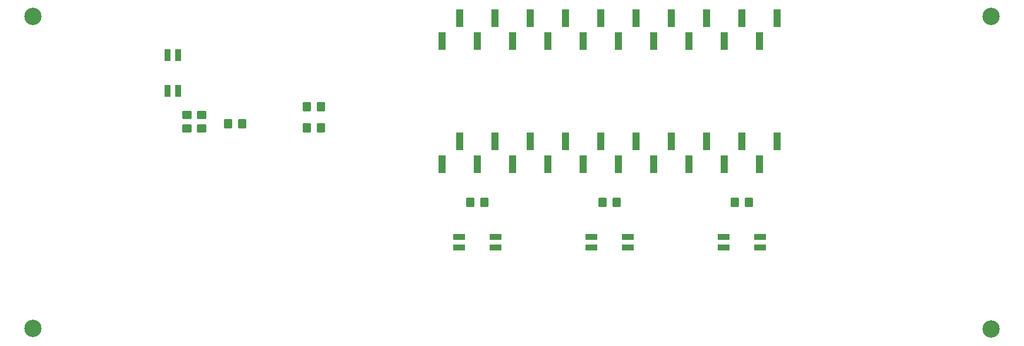
<source format=gbr>
%TF.GenerationSoftware,KiCad,Pcbnew,9.0.2*%
%TF.CreationDate,2025-07-08T15:37:37+02:00*%
%TF.ProjectId,MacroKeyPad,4d616372-6f4b-4657-9950-61642e6b6963,rev?*%
%TF.SameCoordinates,Original*%
%TF.FileFunction,Paste,Top*%
%TF.FilePolarity,Positive*%
%FSLAX46Y46*%
G04 Gerber Fmt 4.6, Leading zero omitted, Abs format (unit mm)*
G04 Created by KiCad (PCBNEW 9.0.2) date 2025-07-08 15:37:37*
%MOMM*%
%LPD*%
G01*
G04 APERTURE LIST*
G04 Aperture macros list*
%AMRoundRect*
0 Rectangle with rounded corners*
0 $1 Rounding radius*
0 $2 $3 $4 $5 $6 $7 $8 $9 X,Y pos of 4 corners*
0 Add a 4 corners polygon primitive as box body*
4,1,4,$2,$3,$4,$5,$6,$7,$8,$9,$2,$3,0*
0 Add four circle primitives for the rounded corners*
1,1,$1+$1,$2,$3*
1,1,$1+$1,$4,$5*
1,1,$1+$1,$6,$7*
1,1,$1+$1,$8,$9*
0 Add four rect primitives between the rounded corners*
20,1,$1+$1,$2,$3,$4,$5,0*
20,1,$1+$1,$4,$5,$6,$7,0*
20,1,$1+$1,$6,$7,$8,$9,0*
20,1,$1+$1,$8,$9,$2,$3,0*%
G04 Aperture macros list end*
%ADD10RoundRect,0.250000X0.350000X0.450000X-0.350000X0.450000X-0.350000X-0.450000X0.350000X-0.450000X0*%
%ADD11RoundRect,0.250000X-0.350000X-0.450000X0.350000X-0.450000X0.350000X0.450000X-0.350000X0.450000X0*%
%ADD12RoundRect,0.250000X0.450000X-0.350000X0.450000X0.350000X-0.450000X0.350000X-0.450000X-0.350000X0*%
%ADD13R,1.800000X0.820000*%
%ADD14C,2.500000*%
%ADD15R,0.820000X1.800000*%
%ADD16R,1.000000X2.510000*%
G04 APERTURE END LIST*
D10*
%TO.C,R4*%
X180050000Y-83000000D03*
X178050000Y-83000000D03*
%TD*%
%TO.C,R5*%
X199100000Y-83000000D03*
X197100000Y-83000000D03*
%TD*%
D11*
%TO.C,R2*%
X124110000Y-71660000D03*
X126110000Y-71660000D03*
%TD*%
D12*
%TO.C,R7*%
X118120000Y-72360000D03*
X118120000Y-70360000D03*
%TD*%
D13*
%TO.C,SW3*%
X181650000Y-89510000D03*
X181650000Y-88010000D03*
X176450000Y-88010000D03*
X176450000Y-89510000D03*
%TD*%
D14*
%TO.C,REF\u002A\u002A*%
X96010000Y-56210000D03*
%TD*%
D13*
%TO.C,SW1*%
X162600000Y-89510000D03*
X162600000Y-88010000D03*
X157400000Y-88010000D03*
X157400000Y-89510000D03*
%TD*%
D10*
%TO.C,R8*%
X137460000Y-69220000D03*
X135460000Y-69220000D03*
%TD*%
D12*
%TO.C,R6*%
X120290000Y-72360000D03*
X120290000Y-70360000D03*
%TD*%
D14*
%TO.C,REF\u002A\u002A*%
X234010000Y-101310000D03*
%TD*%
D15*
%TO.C,D2*%
X116890000Y-61750000D03*
X115390000Y-61750000D03*
X115390000Y-66950000D03*
X116890000Y-66950000D03*
%TD*%
D10*
%TO.C,R3*%
X137460000Y-72220000D03*
X135460000Y-72220000D03*
%TD*%
D14*
%TO.C,REF\u002A\u002A*%
X96000000Y-101210000D03*
%TD*%
%TO.C,REF\u002A\u002A*%
X234010000Y-56210000D03*
%TD*%
D10*
%TO.C,R1*%
X161000000Y-83000000D03*
X159000000Y-83000000D03*
%TD*%
D16*
%TO.C,U1*%
X203180000Y-56415000D03*
X200640000Y-59725000D03*
X198100000Y-56415000D03*
X195560000Y-59725000D03*
X193020000Y-56415000D03*
X190480000Y-59725000D03*
X187940000Y-56415000D03*
X185400000Y-59725000D03*
X182860000Y-56415000D03*
X180320000Y-59725000D03*
X177780000Y-56415000D03*
X175240000Y-59725000D03*
X172700000Y-56415000D03*
X170160000Y-59725000D03*
X167620000Y-56415000D03*
X165080000Y-59725000D03*
X162540000Y-56415000D03*
X160000000Y-59725000D03*
X157460000Y-56415000D03*
X154920000Y-59725000D03*
X154920000Y-77505000D03*
X157460000Y-74195000D03*
X160000000Y-77505000D03*
X162540000Y-74195000D03*
X165080000Y-77505000D03*
X167620000Y-74195000D03*
X170160000Y-77505000D03*
X172700000Y-74195000D03*
X175240000Y-77505000D03*
X177780000Y-74195000D03*
X180320000Y-77505000D03*
X182860000Y-74195000D03*
X185400000Y-77505000D03*
X187940000Y-74195000D03*
X190480000Y-77505000D03*
X193020000Y-74195000D03*
X195560000Y-77505000D03*
X198100000Y-74195000D03*
X200640000Y-77505000D03*
X203180000Y-74195000D03*
%TD*%
D13*
%TO.C,SW4*%
X200700000Y-89510000D03*
X200700000Y-88010000D03*
X195500000Y-88010000D03*
X195500000Y-89510000D03*
%TD*%
M02*

</source>
